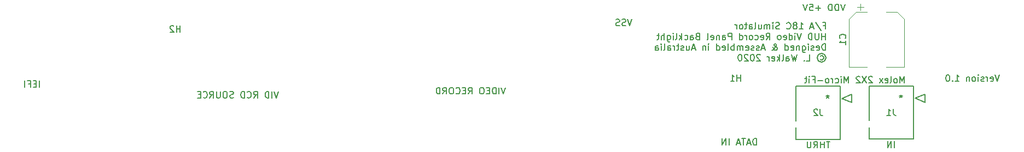
<source format=gbr>
%TF.GenerationSoftware,KiCad,Pcbnew,(5.1.6)-1*%
%TF.CreationDate,2020-11-25T12:03:05+11:00*%
%TF.ProjectId,HUD VID RCD Panel PCB V1,48554420-5649-4442-9052-43442050616e,rev?*%
%TF.SameCoordinates,Original*%
%TF.FileFunction,Legend,Bot*%
%TF.FilePolarity,Positive*%
%FSLAX46Y46*%
G04 Gerber Fmt 4.6, Leading zero omitted, Abs format (unit mm)*
G04 Created by KiCad (PCBNEW (5.1.6)-1) date 2020-11-25 12:03:05*
%MOMM*%
%LPD*%
G01*
G04 APERTURE LIST*
%ADD10C,0.150000*%
%ADD11C,0.152400*%
%ADD12C,0.120000*%
G04 APERTURE END LIST*
D10*
X174143657Y-90673180D02*
X174143657Y-89673180D01*
X173905561Y-89673180D01*
X173762704Y-89720800D01*
X173667466Y-89816038D01*
X173619847Y-89911276D01*
X173572228Y-90101752D01*
X173572228Y-90244609D01*
X173619847Y-90435085D01*
X173667466Y-90530323D01*
X173762704Y-90625561D01*
X173905561Y-90673180D01*
X174143657Y-90673180D01*
X173191276Y-90387466D02*
X172715085Y-90387466D01*
X173286514Y-90673180D02*
X172953180Y-89673180D01*
X172619847Y-90673180D01*
X172429371Y-89673180D02*
X171857942Y-89673180D01*
X172143657Y-90673180D02*
X172143657Y-89673180D01*
X171572228Y-90387466D02*
X171096038Y-90387466D01*
X171667466Y-90673180D02*
X171334133Y-89673180D01*
X171000800Y-90673180D01*
X169905561Y-90673180D02*
X169905561Y-89673180D01*
X169429371Y-90673180D02*
X169429371Y-89673180D01*
X168857942Y-90673180D01*
X168857942Y-89673180D01*
X154854114Y-71131180D02*
X154520780Y-72131180D01*
X154187447Y-71131180D01*
X153901733Y-72083561D02*
X153758876Y-72131180D01*
X153520780Y-72131180D01*
X153425542Y-72083561D01*
X153377923Y-72035942D01*
X153330304Y-71940704D01*
X153330304Y-71845466D01*
X153377923Y-71750228D01*
X153425542Y-71702609D01*
X153520780Y-71654990D01*
X153711257Y-71607371D01*
X153806495Y-71559752D01*
X153854114Y-71512133D01*
X153901733Y-71416895D01*
X153901733Y-71321657D01*
X153854114Y-71226419D01*
X153806495Y-71178800D01*
X153711257Y-71131180D01*
X153473161Y-71131180D01*
X153330304Y-71178800D01*
X152949352Y-72083561D02*
X152806495Y-72131180D01*
X152568400Y-72131180D01*
X152473161Y-72083561D01*
X152425542Y-72035942D01*
X152377923Y-71940704D01*
X152377923Y-71845466D01*
X152425542Y-71750228D01*
X152473161Y-71702609D01*
X152568400Y-71654990D01*
X152758876Y-71607371D01*
X152854114Y-71559752D01*
X152901733Y-71512133D01*
X152949352Y-71416895D01*
X152949352Y-71321657D01*
X152901733Y-71226419D01*
X152854114Y-71178800D01*
X152758876Y-71131180D01*
X152520780Y-71131180D01*
X152377923Y-71178800D01*
X187845295Y-68794380D02*
X187511961Y-69794380D01*
X187178628Y-68794380D01*
X186845295Y-69794380D02*
X186845295Y-68794380D01*
X186607200Y-68794380D01*
X186464342Y-68842000D01*
X186369104Y-68937238D01*
X186321485Y-69032476D01*
X186273866Y-69222952D01*
X186273866Y-69365809D01*
X186321485Y-69556285D01*
X186369104Y-69651523D01*
X186464342Y-69746761D01*
X186607200Y-69794380D01*
X186845295Y-69794380D01*
X185845295Y-69794380D02*
X185845295Y-68794380D01*
X185607200Y-68794380D01*
X185464342Y-68842000D01*
X185369104Y-68937238D01*
X185321485Y-69032476D01*
X185273866Y-69222952D01*
X185273866Y-69365809D01*
X185321485Y-69556285D01*
X185369104Y-69651523D01*
X185464342Y-69746761D01*
X185607200Y-69794380D01*
X185845295Y-69794380D01*
X184083390Y-69413428D02*
X183321485Y-69413428D01*
X183702438Y-69794380D02*
X183702438Y-69032476D01*
X182369104Y-68794380D02*
X182845295Y-68794380D01*
X182892914Y-69270571D01*
X182845295Y-69222952D01*
X182750057Y-69175333D01*
X182511961Y-69175333D01*
X182416723Y-69222952D01*
X182369104Y-69270571D01*
X182321485Y-69365809D01*
X182321485Y-69603904D01*
X182369104Y-69699142D01*
X182416723Y-69746761D01*
X182511961Y-69794380D01*
X182750057Y-69794380D01*
X182845295Y-69746761D01*
X182892914Y-69699142D01*
X182035771Y-68794380D02*
X181702438Y-69794380D01*
X181369104Y-68794380D01*
X211759276Y-79767180D02*
X211425942Y-80767180D01*
X211092609Y-79767180D01*
X210378323Y-80719561D02*
X210473561Y-80767180D01*
X210664038Y-80767180D01*
X210759276Y-80719561D01*
X210806895Y-80624323D01*
X210806895Y-80243371D01*
X210759276Y-80148133D01*
X210664038Y-80100514D01*
X210473561Y-80100514D01*
X210378323Y-80148133D01*
X210330704Y-80243371D01*
X210330704Y-80338609D01*
X210806895Y-80433847D01*
X209902133Y-80767180D02*
X209902133Y-80100514D01*
X209902133Y-80290990D02*
X209854514Y-80195752D01*
X209806895Y-80148133D01*
X209711657Y-80100514D01*
X209616419Y-80100514D01*
X209330704Y-80719561D02*
X209235466Y-80767180D01*
X209044990Y-80767180D01*
X208949752Y-80719561D01*
X208902133Y-80624323D01*
X208902133Y-80576704D01*
X208949752Y-80481466D01*
X209044990Y-80433847D01*
X209187847Y-80433847D01*
X209283085Y-80386228D01*
X209330704Y-80290990D01*
X209330704Y-80243371D01*
X209283085Y-80148133D01*
X209187847Y-80100514D01*
X209044990Y-80100514D01*
X208949752Y-80148133D01*
X208473561Y-80767180D02*
X208473561Y-80100514D01*
X208473561Y-79767180D02*
X208521180Y-79814800D01*
X208473561Y-79862419D01*
X208425942Y-79814800D01*
X208473561Y-79767180D01*
X208473561Y-79862419D01*
X207854514Y-80767180D02*
X207949752Y-80719561D01*
X207997371Y-80671942D01*
X208044990Y-80576704D01*
X208044990Y-80290990D01*
X207997371Y-80195752D01*
X207949752Y-80148133D01*
X207854514Y-80100514D01*
X207711657Y-80100514D01*
X207616419Y-80148133D01*
X207568800Y-80195752D01*
X207521180Y-80290990D01*
X207521180Y-80576704D01*
X207568800Y-80671942D01*
X207616419Y-80719561D01*
X207711657Y-80767180D01*
X207854514Y-80767180D01*
X207092609Y-80100514D02*
X207092609Y-80767180D01*
X207092609Y-80195752D02*
X207044990Y-80148133D01*
X206949752Y-80100514D01*
X206806895Y-80100514D01*
X206711657Y-80148133D01*
X206664038Y-80243371D01*
X206664038Y-80767180D01*
X204902133Y-80767180D02*
X205473561Y-80767180D01*
X205187847Y-80767180D02*
X205187847Y-79767180D01*
X205283085Y-79910038D01*
X205378323Y-80005276D01*
X205473561Y-80052895D01*
X204473561Y-80671942D02*
X204425942Y-80719561D01*
X204473561Y-80767180D01*
X204521180Y-80719561D01*
X204473561Y-80671942D01*
X204473561Y-80767180D01*
X203806895Y-79767180D02*
X203711657Y-79767180D01*
X203616419Y-79814800D01*
X203568800Y-79862419D01*
X203521180Y-79957657D01*
X203473561Y-80148133D01*
X203473561Y-80386228D01*
X203521180Y-80576704D01*
X203568800Y-80671942D01*
X203616419Y-80719561D01*
X203711657Y-80767180D01*
X203806895Y-80767180D01*
X203902133Y-80719561D01*
X203949752Y-80671942D01*
X203997371Y-80576704D01*
X204044990Y-80386228D01*
X204044990Y-80148133D01*
X203997371Y-79957657D01*
X203949752Y-79862419D01*
X203902133Y-79814800D01*
X203806895Y-79767180D01*
X185526133Y-90130380D02*
X184954704Y-90130380D01*
X185240419Y-91130380D02*
X185240419Y-90130380D01*
X184621371Y-91130380D02*
X184621371Y-90130380D01*
X184621371Y-90606571D02*
X184049942Y-90606571D01*
X184049942Y-91130380D02*
X184049942Y-90130380D01*
X183002323Y-91130380D02*
X183335657Y-90654190D01*
X183573752Y-91130380D02*
X183573752Y-90130380D01*
X183192800Y-90130380D01*
X183097561Y-90178000D01*
X183049942Y-90225619D01*
X183002323Y-90320857D01*
X183002323Y-90463714D01*
X183049942Y-90558952D01*
X183097561Y-90606571D01*
X183192800Y-90654190D01*
X183573752Y-90654190D01*
X182573752Y-90130380D02*
X182573752Y-90939904D01*
X182526133Y-91035142D01*
X182478514Y-91082761D01*
X182383276Y-91130380D01*
X182192800Y-91130380D01*
X182097561Y-91082761D01*
X182049942Y-91035142D01*
X182002323Y-90939904D01*
X182002323Y-90130380D01*
X195494209Y-91079580D02*
X195494209Y-90079580D01*
X195018019Y-91079580D02*
X195018019Y-90079580D01*
X194446590Y-91079580D01*
X194446590Y-90079580D01*
X197025257Y-81021180D02*
X197025257Y-80021180D01*
X196691923Y-80735466D01*
X196358590Y-80021180D01*
X196358590Y-81021180D01*
X195739542Y-81021180D02*
X195834780Y-80973561D01*
X195882400Y-80925942D01*
X195930019Y-80830704D01*
X195930019Y-80544990D01*
X195882400Y-80449752D01*
X195834780Y-80402133D01*
X195739542Y-80354514D01*
X195596685Y-80354514D01*
X195501447Y-80402133D01*
X195453828Y-80449752D01*
X195406209Y-80544990D01*
X195406209Y-80830704D01*
X195453828Y-80925942D01*
X195501447Y-80973561D01*
X195596685Y-81021180D01*
X195739542Y-81021180D01*
X194834780Y-81021180D02*
X194930019Y-80973561D01*
X194977638Y-80878323D01*
X194977638Y-80021180D01*
X194072876Y-80973561D02*
X194168114Y-81021180D01*
X194358590Y-81021180D01*
X194453828Y-80973561D01*
X194501447Y-80878323D01*
X194501447Y-80497371D01*
X194453828Y-80402133D01*
X194358590Y-80354514D01*
X194168114Y-80354514D01*
X194072876Y-80402133D01*
X194025257Y-80497371D01*
X194025257Y-80592609D01*
X194501447Y-80687847D01*
X193691923Y-81021180D02*
X193168114Y-80354514D01*
X193691923Y-80354514D02*
X193168114Y-81021180D01*
X192072876Y-80116419D02*
X192025257Y-80068800D01*
X191930019Y-80021180D01*
X191691923Y-80021180D01*
X191596685Y-80068800D01*
X191549066Y-80116419D01*
X191501447Y-80211657D01*
X191501447Y-80306895D01*
X191549066Y-80449752D01*
X192120495Y-81021180D01*
X191501447Y-81021180D01*
X191168114Y-80021180D02*
X190501447Y-81021180D01*
X190501447Y-80021180D02*
X191168114Y-81021180D01*
X190168114Y-80116419D02*
X190120495Y-80068800D01*
X190025257Y-80021180D01*
X189787161Y-80021180D01*
X189691923Y-80068800D01*
X189644304Y-80116419D01*
X189596685Y-80211657D01*
X189596685Y-80306895D01*
X189644304Y-80449752D01*
X190215733Y-81021180D01*
X189596685Y-81021180D01*
X188406209Y-81021180D02*
X188406209Y-80021180D01*
X188072876Y-80735466D01*
X187739542Y-80021180D01*
X187739542Y-81021180D01*
X187263352Y-81021180D02*
X187263352Y-80354514D01*
X187263352Y-80021180D02*
X187310971Y-80068800D01*
X187263352Y-80116419D01*
X187215733Y-80068800D01*
X187263352Y-80021180D01*
X187263352Y-80116419D01*
X186358590Y-80973561D02*
X186453828Y-81021180D01*
X186644304Y-81021180D01*
X186739542Y-80973561D01*
X186787161Y-80925942D01*
X186834780Y-80830704D01*
X186834780Y-80544990D01*
X186787161Y-80449752D01*
X186739542Y-80402133D01*
X186644304Y-80354514D01*
X186453828Y-80354514D01*
X186358590Y-80402133D01*
X185930019Y-81021180D02*
X185930019Y-80354514D01*
X185930019Y-80544990D02*
X185882400Y-80449752D01*
X185834780Y-80402133D01*
X185739542Y-80354514D01*
X185644304Y-80354514D01*
X185168114Y-81021180D02*
X185263352Y-80973561D01*
X185310971Y-80925942D01*
X185358590Y-80830704D01*
X185358590Y-80544990D01*
X185310971Y-80449752D01*
X185263352Y-80402133D01*
X185168114Y-80354514D01*
X185025257Y-80354514D01*
X184930019Y-80402133D01*
X184882400Y-80449752D01*
X184834780Y-80544990D01*
X184834780Y-80830704D01*
X184882400Y-80925942D01*
X184930019Y-80973561D01*
X185025257Y-81021180D01*
X185168114Y-81021180D01*
X184406209Y-80640228D02*
X183644304Y-80640228D01*
X182834780Y-80497371D02*
X183168114Y-80497371D01*
X183168114Y-81021180D02*
X183168114Y-80021180D01*
X182691923Y-80021180D01*
X182310971Y-81021180D02*
X182310971Y-80354514D01*
X182310971Y-80021180D02*
X182358590Y-80068800D01*
X182310971Y-80116419D01*
X182263352Y-80068800D01*
X182310971Y-80021180D01*
X182310971Y-80116419D01*
X181977638Y-80354514D02*
X181596685Y-80354514D01*
X181834780Y-80021180D02*
X181834780Y-80878323D01*
X181787161Y-80973561D01*
X181691923Y-81021180D01*
X181596685Y-81021180D01*
X171703904Y-80767180D02*
X171703904Y-79767180D01*
X171703904Y-80243371D02*
X171132476Y-80243371D01*
X171132476Y-80767180D02*
X171132476Y-79767180D01*
X170132476Y-80767180D02*
X170703904Y-80767180D01*
X170418190Y-80767180D02*
X170418190Y-79767180D01*
X170513428Y-79910038D01*
X170608666Y-80005276D01*
X170703904Y-80052895D01*
X84937504Y-73147180D02*
X84937504Y-72147180D01*
X84937504Y-72623371D02*
X84366076Y-72623371D01*
X84366076Y-73147180D02*
X84366076Y-72147180D01*
X83937504Y-72242419D02*
X83889885Y-72194800D01*
X83794647Y-72147180D01*
X83556552Y-72147180D01*
X83461314Y-72194800D01*
X83413695Y-72242419D01*
X83366076Y-72337657D01*
X83366076Y-72432895D01*
X83413695Y-72575752D01*
X83985123Y-73147180D01*
X83366076Y-73147180D01*
X135300361Y-81748380D02*
X134967028Y-82748380D01*
X134633695Y-81748380D01*
X134300361Y-82748380D02*
X134300361Y-81748380D01*
X133824171Y-82748380D02*
X133824171Y-81748380D01*
X133586076Y-81748380D01*
X133443219Y-81796000D01*
X133347980Y-81891238D01*
X133300361Y-81986476D01*
X133252742Y-82176952D01*
X133252742Y-82319809D01*
X133300361Y-82510285D01*
X133347980Y-82605523D01*
X133443219Y-82700761D01*
X133586076Y-82748380D01*
X133824171Y-82748380D01*
X132824171Y-82224571D02*
X132490838Y-82224571D01*
X132347980Y-82748380D02*
X132824171Y-82748380D01*
X132824171Y-81748380D01*
X132347980Y-81748380D01*
X131728933Y-81748380D02*
X131538457Y-81748380D01*
X131443219Y-81796000D01*
X131347980Y-81891238D01*
X131300361Y-82081714D01*
X131300361Y-82415047D01*
X131347980Y-82605523D01*
X131443219Y-82700761D01*
X131538457Y-82748380D01*
X131728933Y-82748380D01*
X131824171Y-82700761D01*
X131919409Y-82605523D01*
X131967028Y-82415047D01*
X131967028Y-82081714D01*
X131919409Y-81891238D01*
X131824171Y-81796000D01*
X131728933Y-81748380D01*
X129538457Y-82748380D02*
X129871790Y-82272190D01*
X130109885Y-82748380D02*
X130109885Y-81748380D01*
X129728933Y-81748380D01*
X129633695Y-81796000D01*
X129586076Y-81843619D01*
X129538457Y-81938857D01*
X129538457Y-82081714D01*
X129586076Y-82176952D01*
X129633695Y-82224571D01*
X129728933Y-82272190D01*
X130109885Y-82272190D01*
X129109885Y-82224571D02*
X128776552Y-82224571D01*
X128633695Y-82748380D02*
X129109885Y-82748380D01*
X129109885Y-81748380D01*
X128633695Y-81748380D01*
X127633695Y-82653142D02*
X127681314Y-82700761D01*
X127824171Y-82748380D01*
X127919409Y-82748380D01*
X128062266Y-82700761D01*
X128157504Y-82605523D01*
X128205123Y-82510285D01*
X128252742Y-82319809D01*
X128252742Y-82176952D01*
X128205123Y-81986476D01*
X128157504Y-81891238D01*
X128062266Y-81796000D01*
X127919409Y-81748380D01*
X127824171Y-81748380D01*
X127681314Y-81796000D01*
X127633695Y-81843619D01*
X127014647Y-81748380D02*
X126824171Y-81748380D01*
X126728933Y-81796000D01*
X126633695Y-81891238D01*
X126586076Y-82081714D01*
X126586076Y-82415047D01*
X126633695Y-82605523D01*
X126728933Y-82700761D01*
X126824171Y-82748380D01*
X127014647Y-82748380D01*
X127109885Y-82700761D01*
X127205123Y-82605523D01*
X127252742Y-82415047D01*
X127252742Y-82081714D01*
X127205123Y-81891238D01*
X127109885Y-81796000D01*
X127014647Y-81748380D01*
X125586076Y-82748380D02*
X125919409Y-82272190D01*
X126157504Y-82748380D02*
X126157504Y-81748380D01*
X125776552Y-81748380D01*
X125681314Y-81796000D01*
X125633695Y-81843619D01*
X125586076Y-81938857D01*
X125586076Y-82081714D01*
X125633695Y-82176952D01*
X125681314Y-82224571D01*
X125776552Y-82272190D01*
X126157504Y-82272190D01*
X125157504Y-82748380D02*
X125157504Y-81748380D01*
X124919409Y-81748380D01*
X124776552Y-81796000D01*
X124681314Y-81891238D01*
X124633695Y-81986476D01*
X124586076Y-82176952D01*
X124586076Y-82319809D01*
X124633695Y-82510285D01*
X124681314Y-82605523D01*
X124776552Y-82700761D01*
X124919409Y-82748380D01*
X125157504Y-82748380D01*
X100137123Y-82357980D02*
X99803790Y-83357980D01*
X99470457Y-82357980D01*
X99137123Y-83357980D02*
X99137123Y-82357980D01*
X98660933Y-83357980D02*
X98660933Y-82357980D01*
X98422838Y-82357980D01*
X98279980Y-82405600D01*
X98184742Y-82500838D01*
X98137123Y-82596076D01*
X98089504Y-82786552D01*
X98089504Y-82929409D01*
X98137123Y-83119885D01*
X98184742Y-83215123D01*
X98279980Y-83310361D01*
X98422838Y-83357980D01*
X98660933Y-83357980D01*
X96327600Y-83357980D02*
X96660933Y-82881790D01*
X96899028Y-83357980D02*
X96899028Y-82357980D01*
X96518076Y-82357980D01*
X96422838Y-82405600D01*
X96375219Y-82453219D01*
X96327600Y-82548457D01*
X96327600Y-82691314D01*
X96375219Y-82786552D01*
X96422838Y-82834171D01*
X96518076Y-82881790D01*
X96899028Y-82881790D01*
X95327600Y-83262742D02*
X95375219Y-83310361D01*
X95518076Y-83357980D01*
X95613314Y-83357980D01*
X95756171Y-83310361D01*
X95851409Y-83215123D01*
X95899028Y-83119885D01*
X95946647Y-82929409D01*
X95946647Y-82786552D01*
X95899028Y-82596076D01*
X95851409Y-82500838D01*
X95756171Y-82405600D01*
X95613314Y-82357980D01*
X95518076Y-82357980D01*
X95375219Y-82405600D01*
X95327600Y-82453219D01*
X94899028Y-83357980D02*
X94899028Y-82357980D01*
X94660933Y-82357980D01*
X94518076Y-82405600D01*
X94422838Y-82500838D01*
X94375219Y-82596076D01*
X94327600Y-82786552D01*
X94327600Y-82929409D01*
X94375219Y-83119885D01*
X94422838Y-83215123D01*
X94518076Y-83310361D01*
X94660933Y-83357980D01*
X94899028Y-83357980D01*
X93184742Y-83310361D02*
X93041885Y-83357980D01*
X92803790Y-83357980D01*
X92708552Y-83310361D01*
X92660933Y-83262742D01*
X92613314Y-83167504D01*
X92613314Y-83072266D01*
X92660933Y-82977028D01*
X92708552Y-82929409D01*
X92803790Y-82881790D01*
X92994266Y-82834171D01*
X93089504Y-82786552D01*
X93137123Y-82738933D01*
X93184742Y-82643695D01*
X93184742Y-82548457D01*
X93137123Y-82453219D01*
X93089504Y-82405600D01*
X92994266Y-82357980D01*
X92756171Y-82357980D01*
X92613314Y-82405600D01*
X91994266Y-82357980D02*
X91803790Y-82357980D01*
X91708552Y-82405600D01*
X91613314Y-82500838D01*
X91565695Y-82691314D01*
X91565695Y-83024647D01*
X91613314Y-83215123D01*
X91708552Y-83310361D01*
X91803790Y-83357980D01*
X91994266Y-83357980D01*
X92089504Y-83310361D01*
X92184742Y-83215123D01*
X92232361Y-83024647D01*
X92232361Y-82691314D01*
X92184742Y-82500838D01*
X92089504Y-82405600D01*
X91994266Y-82357980D01*
X91137123Y-82357980D02*
X91137123Y-83167504D01*
X91089504Y-83262742D01*
X91041885Y-83310361D01*
X90946647Y-83357980D01*
X90756171Y-83357980D01*
X90660933Y-83310361D01*
X90613314Y-83262742D01*
X90565695Y-83167504D01*
X90565695Y-82357980D01*
X89518076Y-83357980D02*
X89851409Y-82881790D01*
X90089504Y-83357980D02*
X90089504Y-82357980D01*
X89708552Y-82357980D01*
X89613314Y-82405600D01*
X89565695Y-82453219D01*
X89518076Y-82548457D01*
X89518076Y-82691314D01*
X89565695Y-82786552D01*
X89613314Y-82834171D01*
X89708552Y-82881790D01*
X90089504Y-82881790D01*
X88518076Y-83262742D02*
X88565695Y-83310361D01*
X88708552Y-83357980D01*
X88803790Y-83357980D01*
X88946647Y-83310361D01*
X89041885Y-83215123D01*
X89089504Y-83119885D01*
X89137123Y-82929409D01*
X89137123Y-82786552D01*
X89089504Y-82596076D01*
X89041885Y-82500838D01*
X88946647Y-82405600D01*
X88803790Y-82357980D01*
X88708552Y-82357980D01*
X88565695Y-82405600D01*
X88518076Y-82453219D01*
X88089504Y-82834171D02*
X87756171Y-82834171D01*
X87613314Y-83357980D02*
X88089504Y-83357980D01*
X88089504Y-82357980D01*
X87613314Y-82357980D01*
X63145847Y-81681580D02*
X63145847Y-80681580D01*
X62669657Y-81157771D02*
X62336323Y-81157771D01*
X62193466Y-81681580D02*
X62669657Y-81681580D01*
X62669657Y-80681580D01*
X62193466Y-80681580D01*
X61431561Y-81157771D02*
X61764895Y-81157771D01*
X61764895Y-81681580D02*
X61764895Y-80681580D01*
X61288704Y-80681580D01*
X60907752Y-81681580D02*
X60907752Y-80681580D01*
X184497071Y-72129571D02*
X184830404Y-72129571D01*
X184830404Y-72653380D02*
X184830404Y-71653380D01*
X184354214Y-71653380D01*
X183258976Y-71605761D02*
X184116119Y-72891476D01*
X182973261Y-72367666D02*
X182497071Y-72367666D01*
X183068500Y-72653380D02*
X182735166Y-71653380D01*
X182401833Y-72653380D01*
X180782785Y-72653380D02*
X181354214Y-72653380D01*
X181068500Y-72653380D02*
X181068500Y-71653380D01*
X181163738Y-71796238D01*
X181258976Y-71891476D01*
X181354214Y-71939095D01*
X180211357Y-72081952D02*
X180306595Y-72034333D01*
X180354214Y-71986714D01*
X180401833Y-71891476D01*
X180401833Y-71843857D01*
X180354214Y-71748619D01*
X180306595Y-71701000D01*
X180211357Y-71653380D01*
X180020880Y-71653380D01*
X179925642Y-71701000D01*
X179878023Y-71748619D01*
X179830404Y-71843857D01*
X179830404Y-71891476D01*
X179878023Y-71986714D01*
X179925642Y-72034333D01*
X180020880Y-72081952D01*
X180211357Y-72081952D01*
X180306595Y-72129571D01*
X180354214Y-72177190D01*
X180401833Y-72272428D01*
X180401833Y-72462904D01*
X180354214Y-72558142D01*
X180306595Y-72605761D01*
X180211357Y-72653380D01*
X180020880Y-72653380D01*
X179925642Y-72605761D01*
X179878023Y-72558142D01*
X179830404Y-72462904D01*
X179830404Y-72272428D01*
X179878023Y-72177190D01*
X179925642Y-72129571D01*
X180020880Y-72081952D01*
X178830404Y-72558142D02*
X178878023Y-72605761D01*
X179020880Y-72653380D01*
X179116119Y-72653380D01*
X179258976Y-72605761D01*
X179354214Y-72510523D01*
X179401833Y-72415285D01*
X179449452Y-72224809D01*
X179449452Y-72081952D01*
X179401833Y-71891476D01*
X179354214Y-71796238D01*
X179258976Y-71701000D01*
X179116119Y-71653380D01*
X179020880Y-71653380D01*
X178878023Y-71701000D01*
X178830404Y-71748619D01*
X177687547Y-72605761D02*
X177544690Y-72653380D01*
X177306595Y-72653380D01*
X177211357Y-72605761D01*
X177163738Y-72558142D01*
X177116119Y-72462904D01*
X177116119Y-72367666D01*
X177163738Y-72272428D01*
X177211357Y-72224809D01*
X177306595Y-72177190D01*
X177497071Y-72129571D01*
X177592309Y-72081952D01*
X177639928Y-72034333D01*
X177687547Y-71939095D01*
X177687547Y-71843857D01*
X177639928Y-71748619D01*
X177592309Y-71701000D01*
X177497071Y-71653380D01*
X177258976Y-71653380D01*
X177116119Y-71701000D01*
X176687547Y-72653380D02*
X176687547Y-71986714D01*
X176687547Y-71653380D02*
X176735166Y-71701000D01*
X176687547Y-71748619D01*
X176639928Y-71701000D01*
X176687547Y-71653380D01*
X176687547Y-71748619D01*
X176211357Y-72653380D02*
X176211357Y-71986714D01*
X176211357Y-72081952D02*
X176163738Y-72034333D01*
X176068500Y-71986714D01*
X175925642Y-71986714D01*
X175830404Y-72034333D01*
X175782785Y-72129571D01*
X175782785Y-72653380D01*
X175782785Y-72129571D02*
X175735166Y-72034333D01*
X175639928Y-71986714D01*
X175497071Y-71986714D01*
X175401833Y-72034333D01*
X175354214Y-72129571D01*
X175354214Y-72653380D01*
X174449452Y-71986714D02*
X174449452Y-72653380D01*
X174878023Y-71986714D02*
X174878023Y-72510523D01*
X174830404Y-72605761D01*
X174735166Y-72653380D01*
X174592309Y-72653380D01*
X174497071Y-72605761D01*
X174449452Y-72558142D01*
X173830404Y-72653380D02*
X173925642Y-72605761D01*
X173973261Y-72510523D01*
X173973261Y-71653380D01*
X173020880Y-72653380D02*
X173020880Y-72129571D01*
X173068500Y-72034333D01*
X173163738Y-71986714D01*
X173354214Y-71986714D01*
X173449452Y-72034333D01*
X173020880Y-72605761D02*
X173116119Y-72653380D01*
X173354214Y-72653380D01*
X173449452Y-72605761D01*
X173497071Y-72510523D01*
X173497071Y-72415285D01*
X173449452Y-72320047D01*
X173354214Y-72272428D01*
X173116119Y-72272428D01*
X173020880Y-72224809D01*
X172687547Y-71986714D02*
X172306595Y-71986714D01*
X172544690Y-71653380D02*
X172544690Y-72510523D01*
X172497071Y-72605761D01*
X172401833Y-72653380D01*
X172306595Y-72653380D01*
X171830404Y-72653380D02*
X171925642Y-72605761D01*
X171973261Y-72558142D01*
X172020880Y-72462904D01*
X172020880Y-72177190D01*
X171973261Y-72081952D01*
X171925642Y-72034333D01*
X171830404Y-71986714D01*
X171687547Y-71986714D01*
X171592309Y-72034333D01*
X171544690Y-72081952D01*
X171497071Y-72177190D01*
X171497071Y-72462904D01*
X171544690Y-72558142D01*
X171592309Y-72605761D01*
X171687547Y-72653380D01*
X171830404Y-72653380D01*
X171068500Y-72653380D02*
X171068500Y-71986714D01*
X171068500Y-72177190D02*
X171020880Y-72081952D01*
X170973261Y-72034333D01*
X170878023Y-71986714D01*
X170782785Y-71986714D01*
X184830404Y-74303380D02*
X184830404Y-73303380D01*
X184830404Y-73779571D02*
X184258976Y-73779571D01*
X184258976Y-74303380D02*
X184258976Y-73303380D01*
X183782785Y-73303380D02*
X183782785Y-74112904D01*
X183735166Y-74208142D01*
X183687547Y-74255761D01*
X183592309Y-74303380D01*
X183401833Y-74303380D01*
X183306595Y-74255761D01*
X183258976Y-74208142D01*
X183211357Y-74112904D01*
X183211357Y-73303380D01*
X182735166Y-74303380D02*
X182735166Y-73303380D01*
X182497071Y-73303380D01*
X182354214Y-73351000D01*
X182258976Y-73446238D01*
X182211357Y-73541476D01*
X182163738Y-73731952D01*
X182163738Y-73874809D01*
X182211357Y-74065285D01*
X182258976Y-74160523D01*
X182354214Y-74255761D01*
X182497071Y-74303380D01*
X182735166Y-74303380D01*
X181116119Y-73303380D02*
X180782785Y-74303380D01*
X180449452Y-73303380D01*
X180116119Y-74303380D02*
X180116119Y-73636714D01*
X180116119Y-73303380D02*
X180163738Y-73351000D01*
X180116119Y-73398619D01*
X180068500Y-73351000D01*
X180116119Y-73303380D01*
X180116119Y-73398619D01*
X179211357Y-74303380D02*
X179211357Y-73303380D01*
X179211357Y-74255761D02*
X179306595Y-74303380D01*
X179497071Y-74303380D01*
X179592309Y-74255761D01*
X179639928Y-74208142D01*
X179687547Y-74112904D01*
X179687547Y-73827190D01*
X179639928Y-73731952D01*
X179592309Y-73684333D01*
X179497071Y-73636714D01*
X179306595Y-73636714D01*
X179211357Y-73684333D01*
X178354214Y-74255761D02*
X178449452Y-74303380D01*
X178639928Y-74303380D01*
X178735166Y-74255761D01*
X178782785Y-74160523D01*
X178782785Y-73779571D01*
X178735166Y-73684333D01*
X178639928Y-73636714D01*
X178449452Y-73636714D01*
X178354214Y-73684333D01*
X178306595Y-73779571D01*
X178306595Y-73874809D01*
X178782785Y-73970047D01*
X177735166Y-74303380D02*
X177830404Y-74255761D01*
X177878023Y-74208142D01*
X177925642Y-74112904D01*
X177925642Y-73827190D01*
X177878023Y-73731952D01*
X177830404Y-73684333D01*
X177735166Y-73636714D01*
X177592309Y-73636714D01*
X177497071Y-73684333D01*
X177449452Y-73731952D01*
X177401833Y-73827190D01*
X177401833Y-74112904D01*
X177449452Y-74208142D01*
X177497071Y-74255761D01*
X177592309Y-74303380D01*
X177735166Y-74303380D01*
X175639928Y-74303380D02*
X175973261Y-73827190D01*
X176211357Y-74303380D02*
X176211357Y-73303380D01*
X175830404Y-73303380D01*
X175735166Y-73351000D01*
X175687547Y-73398619D01*
X175639928Y-73493857D01*
X175639928Y-73636714D01*
X175687547Y-73731952D01*
X175735166Y-73779571D01*
X175830404Y-73827190D01*
X176211357Y-73827190D01*
X174830404Y-74255761D02*
X174925642Y-74303380D01*
X175116119Y-74303380D01*
X175211357Y-74255761D01*
X175258976Y-74160523D01*
X175258976Y-73779571D01*
X175211357Y-73684333D01*
X175116119Y-73636714D01*
X174925642Y-73636714D01*
X174830404Y-73684333D01*
X174782785Y-73779571D01*
X174782785Y-73874809D01*
X175258976Y-73970047D01*
X173925642Y-74255761D02*
X174020880Y-74303380D01*
X174211357Y-74303380D01*
X174306595Y-74255761D01*
X174354214Y-74208142D01*
X174401833Y-74112904D01*
X174401833Y-73827190D01*
X174354214Y-73731952D01*
X174306595Y-73684333D01*
X174211357Y-73636714D01*
X174020880Y-73636714D01*
X173925642Y-73684333D01*
X173354214Y-74303380D02*
X173449452Y-74255761D01*
X173497071Y-74208142D01*
X173544690Y-74112904D01*
X173544690Y-73827190D01*
X173497071Y-73731952D01*
X173449452Y-73684333D01*
X173354214Y-73636714D01*
X173211357Y-73636714D01*
X173116119Y-73684333D01*
X173068500Y-73731952D01*
X173020880Y-73827190D01*
X173020880Y-74112904D01*
X173068500Y-74208142D01*
X173116119Y-74255761D01*
X173211357Y-74303380D01*
X173354214Y-74303380D01*
X172592309Y-74303380D02*
X172592309Y-73636714D01*
X172592309Y-73827190D02*
X172544690Y-73731952D01*
X172497071Y-73684333D01*
X172401833Y-73636714D01*
X172306595Y-73636714D01*
X171544690Y-74303380D02*
X171544690Y-73303380D01*
X171544690Y-74255761D02*
X171639928Y-74303380D01*
X171830404Y-74303380D01*
X171925642Y-74255761D01*
X171973261Y-74208142D01*
X172020880Y-74112904D01*
X172020880Y-73827190D01*
X171973261Y-73731952D01*
X171925642Y-73684333D01*
X171830404Y-73636714D01*
X171639928Y-73636714D01*
X171544690Y-73684333D01*
X170306595Y-74303380D02*
X170306595Y-73303380D01*
X169925642Y-73303380D01*
X169830404Y-73351000D01*
X169782785Y-73398619D01*
X169735166Y-73493857D01*
X169735166Y-73636714D01*
X169782785Y-73731952D01*
X169830404Y-73779571D01*
X169925642Y-73827190D01*
X170306595Y-73827190D01*
X168878023Y-74303380D02*
X168878023Y-73779571D01*
X168925642Y-73684333D01*
X169020880Y-73636714D01*
X169211357Y-73636714D01*
X169306595Y-73684333D01*
X168878023Y-74255761D02*
X168973261Y-74303380D01*
X169211357Y-74303380D01*
X169306595Y-74255761D01*
X169354214Y-74160523D01*
X169354214Y-74065285D01*
X169306595Y-73970047D01*
X169211357Y-73922428D01*
X168973261Y-73922428D01*
X168878023Y-73874809D01*
X168401833Y-73636714D02*
X168401833Y-74303380D01*
X168401833Y-73731952D02*
X168354214Y-73684333D01*
X168258976Y-73636714D01*
X168116119Y-73636714D01*
X168020880Y-73684333D01*
X167973261Y-73779571D01*
X167973261Y-74303380D01*
X167116119Y-74255761D02*
X167211357Y-74303380D01*
X167401833Y-74303380D01*
X167497071Y-74255761D01*
X167544690Y-74160523D01*
X167544690Y-73779571D01*
X167497071Y-73684333D01*
X167401833Y-73636714D01*
X167211357Y-73636714D01*
X167116119Y-73684333D01*
X167068500Y-73779571D01*
X167068500Y-73874809D01*
X167544690Y-73970047D01*
X166497071Y-74303380D02*
X166592309Y-74255761D01*
X166639928Y-74160523D01*
X166639928Y-73303380D01*
X165020880Y-73779571D02*
X164878023Y-73827190D01*
X164830404Y-73874809D01*
X164782785Y-73970047D01*
X164782785Y-74112904D01*
X164830404Y-74208142D01*
X164878023Y-74255761D01*
X164973261Y-74303380D01*
X165354214Y-74303380D01*
X165354214Y-73303380D01*
X165020880Y-73303380D01*
X164925642Y-73351000D01*
X164878023Y-73398619D01*
X164830404Y-73493857D01*
X164830404Y-73589095D01*
X164878023Y-73684333D01*
X164925642Y-73731952D01*
X165020880Y-73779571D01*
X165354214Y-73779571D01*
X163925642Y-74303380D02*
X163925642Y-73779571D01*
X163973261Y-73684333D01*
X164068500Y-73636714D01*
X164258976Y-73636714D01*
X164354214Y-73684333D01*
X163925642Y-74255761D02*
X164020880Y-74303380D01*
X164258976Y-74303380D01*
X164354214Y-74255761D01*
X164401833Y-74160523D01*
X164401833Y-74065285D01*
X164354214Y-73970047D01*
X164258976Y-73922428D01*
X164020880Y-73922428D01*
X163925642Y-73874809D01*
X163020880Y-74255761D02*
X163116119Y-74303380D01*
X163306595Y-74303380D01*
X163401833Y-74255761D01*
X163449452Y-74208142D01*
X163497071Y-74112904D01*
X163497071Y-73827190D01*
X163449452Y-73731952D01*
X163401833Y-73684333D01*
X163306595Y-73636714D01*
X163116119Y-73636714D01*
X163020880Y-73684333D01*
X162592309Y-74303380D02*
X162592309Y-73303380D01*
X162497071Y-73922428D02*
X162211357Y-74303380D01*
X162211357Y-73636714D02*
X162592309Y-74017666D01*
X161639928Y-74303380D02*
X161735166Y-74255761D01*
X161782785Y-74160523D01*
X161782785Y-73303380D01*
X161258976Y-74303380D02*
X161258976Y-73636714D01*
X161258976Y-73303380D02*
X161306595Y-73351000D01*
X161258976Y-73398619D01*
X161211357Y-73351000D01*
X161258976Y-73303380D01*
X161258976Y-73398619D01*
X160354214Y-73636714D02*
X160354214Y-74446238D01*
X160401833Y-74541476D01*
X160449452Y-74589095D01*
X160544690Y-74636714D01*
X160687547Y-74636714D01*
X160782785Y-74589095D01*
X160354214Y-74255761D02*
X160449452Y-74303380D01*
X160639928Y-74303380D01*
X160735166Y-74255761D01*
X160782785Y-74208142D01*
X160830404Y-74112904D01*
X160830404Y-73827190D01*
X160782785Y-73731952D01*
X160735166Y-73684333D01*
X160639928Y-73636714D01*
X160449452Y-73636714D01*
X160354214Y-73684333D01*
X159878023Y-74303380D02*
X159878023Y-73303380D01*
X159449452Y-74303380D02*
X159449452Y-73779571D01*
X159497071Y-73684333D01*
X159592309Y-73636714D01*
X159735166Y-73636714D01*
X159830404Y-73684333D01*
X159878023Y-73731952D01*
X159116119Y-73636714D02*
X158735166Y-73636714D01*
X158973261Y-73303380D02*
X158973261Y-74160523D01*
X158925642Y-74255761D01*
X158830404Y-74303380D01*
X158735166Y-74303380D01*
X184830404Y-75953380D02*
X184830404Y-74953380D01*
X184592309Y-74953380D01*
X184449452Y-75001000D01*
X184354214Y-75096238D01*
X184306595Y-75191476D01*
X184258976Y-75381952D01*
X184258976Y-75524809D01*
X184306595Y-75715285D01*
X184354214Y-75810523D01*
X184449452Y-75905761D01*
X184592309Y-75953380D01*
X184830404Y-75953380D01*
X183449452Y-75905761D02*
X183544690Y-75953380D01*
X183735166Y-75953380D01*
X183830404Y-75905761D01*
X183878023Y-75810523D01*
X183878023Y-75429571D01*
X183830404Y-75334333D01*
X183735166Y-75286714D01*
X183544690Y-75286714D01*
X183449452Y-75334333D01*
X183401833Y-75429571D01*
X183401833Y-75524809D01*
X183878023Y-75620047D01*
X183020880Y-75905761D02*
X182925642Y-75953380D01*
X182735166Y-75953380D01*
X182639928Y-75905761D01*
X182592309Y-75810523D01*
X182592309Y-75762904D01*
X182639928Y-75667666D01*
X182735166Y-75620047D01*
X182878023Y-75620047D01*
X182973261Y-75572428D01*
X183020880Y-75477190D01*
X183020880Y-75429571D01*
X182973261Y-75334333D01*
X182878023Y-75286714D01*
X182735166Y-75286714D01*
X182639928Y-75334333D01*
X182163738Y-75953380D02*
X182163738Y-75286714D01*
X182163738Y-74953380D02*
X182211357Y-75001000D01*
X182163738Y-75048619D01*
X182116119Y-75001000D01*
X182163738Y-74953380D01*
X182163738Y-75048619D01*
X181258976Y-75286714D02*
X181258976Y-76096238D01*
X181306595Y-76191476D01*
X181354214Y-76239095D01*
X181449452Y-76286714D01*
X181592309Y-76286714D01*
X181687547Y-76239095D01*
X181258976Y-75905761D02*
X181354214Y-75953380D01*
X181544690Y-75953380D01*
X181639928Y-75905761D01*
X181687547Y-75858142D01*
X181735166Y-75762904D01*
X181735166Y-75477190D01*
X181687547Y-75381952D01*
X181639928Y-75334333D01*
X181544690Y-75286714D01*
X181354214Y-75286714D01*
X181258976Y-75334333D01*
X180782785Y-75286714D02*
X180782785Y-75953380D01*
X180782785Y-75381952D02*
X180735166Y-75334333D01*
X180639928Y-75286714D01*
X180497071Y-75286714D01*
X180401833Y-75334333D01*
X180354214Y-75429571D01*
X180354214Y-75953380D01*
X179497071Y-75905761D02*
X179592309Y-75953380D01*
X179782785Y-75953380D01*
X179878023Y-75905761D01*
X179925642Y-75810523D01*
X179925642Y-75429571D01*
X179878023Y-75334333D01*
X179782785Y-75286714D01*
X179592309Y-75286714D01*
X179497071Y-75334333D01*
X179449452Y-75429571D01*
X179449452Y-75524809D01*
X179925642Y-75620047D01*
X178592309Y-75953380D02*
X178592309Y-74953380D01*
X178592309Y-75905761D02*
X178687547Y-75953380D01*
X178878023Y-75953380D01*
X178973261Y-75905761D01*
X179020880Y-75858142D01*
X179068500Y-75762904D01*
X179068500Y-75477190D01*
X179020880Y-75381952D01*
X178973261Y-75334333D01*
X178878023Y-75286714D01*
X178687547Y-75286714D01*
X178592309Y-75334333D01*
X176544690Y-75953380D02*
X176592309Y-75953380D01*
X176687547Y-75905761D01*
X176830404Y-75762904D01*
X177068500Y-75477190D01*
X177163738Y-75334333D01*
X177211357Y-75191476D01*
X177211357Y-75096238D01*
X177163738Y-75001000D01*
X177068500Y-74953380D01*
X177020880Y-74953380D01*
X176925642Y-75001000D01*
X176878023Y-75096238D01*
X176878023Y-75143857D01*
X176925642Y-75239095D01*
X176973261Y-75286714D01*
X177258976Y-75477190D01*
X177306595Y-75524809D01*
X177354214Y-75620047D01*
X177354214Y-75762904D01*
X177306595Y-75858142D01*
X177258976Y-75905761D01*
X177163738Y-75953380D01*
X177020880Y-75953380D01*
X176925642Y-75905761D01*
X176878023Y-75858142D01*
X176735166Y-75667666D01*
X176687547Y-75524809D01*
X176687547Y-75429571D01*
X175401833Y-75667666D02*
X174925642Y-75667666D01*
X175497071Y-75953380D02*
X175163738Y-74953380D01*
X174830404Y-75953380D01*
X174544690Y-75905761D02*
X174449452Y-75953380D01*
X174258976Y-75953380D01*
X174163738Y-75905761D01*
X174116119Y-75810523D01*
X174116119Y-75762904D01*
X174163738Y-75667666D01*
X174258976Y-75620047D01*
X174401833Y-75620047D01*
X174497071Y-75572428D01*
X174544690Y-75477190D01*
X174544690Y-75429571D01*
X174497071Y-75334333D01*
X174401833Y-75286714D01*
X174258976Y-75286714D01*
X174163738Y-75334333D01*
X173735166Y-75905761D02*
X173639928Y-75953380D01*
X173449452Y-75953380D01*
X173354214Y-75905761D01*
X173306595Y-75810523D01*
X173306595Y-75762904D01*
X173354214Y-75667666D01*
X173449452Y-75620047D01*
X173592309Y-75620047D01*
X173687547Y-75572428D01*
X173735166Y-75477190D01*
X173735166Y-75429571D01*
X173687547Y-75334333D01*
X173592309Y-75286714D01*
X173449452Y-75286714D01*
X173354214Y-75334333D01*
X172497071Y-75905761D02*
X172592309Y-75953380D01*
X172782785Y-75953380D01*
X172878023Y-75905761D01*
X172925642Y-75810523D01*
X172925642Y-75429571D01*
X172878023Y-75334333D01*
X172782785Y-75286714D01*
X172592309Y-75286714D01*
X172497071Y-75334333D01*
X172449452Y-75429571D01*
X172449452Y-75524809D01*
X172925642Y-75620047D01*
X172020880Y-75953380D02*
X172020880Y-75286714D01*
X172020880Y-75381952D02*
X171973261Y-75334333D01*
X171878023Y-75286714D01*
X171735166Y-75286714D01*
X171639928Y-75334333D01*
X171592309Y-75429571D01*
X171592309Y-75953380D01*
X171592309Y-75429571D02*
X171544690Y-75334333D01*
X171449452Y-75286714D01*
X171306595Y-75286714D01*
X171211357Y-75334333D01*
X171163738Y-75429571D01*
X171163738Y-75953380D01*
X170687547Y-75953380D02*
X170687547Y-74953380D01*
X170687547Y-75334333D02*
X170592309Y-75286714D01*
X170401833Y-75286714D01*
X170306595Y-75334333D01*
X170258976Y-75381952D01*
X170211357Y-75477190D01*
X170211357Y-75762904D01*
X170258976Y-75858142D01*
X170306595Y-75905761D01*
X170401833Y-75953380D01*
X170592309Y-75953380D01*
X170687547Y-75905761D01*
X169639928Y-75953380D02*
X169735166Y-75905761D01*
X169782785Y-75810523D01*
X169782785Y-74953380D01*
X168878023Y-75905761D02*
X168973261Y-75953380D01*
X169163738Y-75953380D01*
X169258976Y-75905761D01*
X169306595Y-75810523D01*
X169306595Y-75429571D01*
X169258976Y-75334333D01*
X169163738Y-75286714D01*
X168973261Y-75286714D01*
X168878023Y-75334333D01*
X168830404Y-75429571D01*
X168830404Y-75524809D01*
X169306595Y-75620047D01*
X167973261Y-75953380D02*
X167973261Y-74953380D01*
X167973261Y-75905761D02*
X168068500Y-75953380D01*
X168258976Y-75953380D01*
X168354214Y-75905761D01*
X168401833Y-75858142D01*
X168449452Y-75762904D01*
X168449452Y-75477190D01*
X168401833Y-75381952D01*
X168354214Y-75334333D01*
X168258976Y-75286714D01*
X168068500Y-75286714D01*
X167973261Y-75334333D01*
X166735166Y-75953380D02*
X166735166Y-75286714D01*
X166735166Y-74953380D02*
X166782785Y-75001000D01*
X166735166Y-75048619D01*
X166687547Y-75001000D01*
X166735166Y-74953380D01*
X166735166Y-75048619D01*
X166258976Y-75286714D02*
X166258976Y-75953380D01*
X166258976Y-75381952D02*
X166211357Y-75334333D01*
X166116119Y-75286714D01*
X165973261Y-75286714D01*
X165878023Y-75334333D01*
X165830404Y-75429571D01*
X165830404Y-75953380D01*
X164639928Y-75667666D02*
X164163738Y-75667666D01*
X164735166Y-75953380D02*
X164401833Y-74953380D01*
X164068500Y-75953380D01*
X163306595Y-75286714D02*
X163306595Y-75953380D01*
X163735166Y-75286714D02*
X163735166Y-75810523D01*
X163687547Y-75905761D01*
X163592309Y-75953380D01*
X163449452Y-75953380D01*
X163354214Y-75905761D01*
X163306595Y-75858142D01*
X162878023Y-75905761D02*
X162782785Y-75953380D01*
X162592309Y-75953380D01*
X162497071Y-75905761D01*
X162449452Y-75810523D01*
X162449452Y-75762904D01*
X162497071Y-75667666D01*
X162592309Y-75620047D01*
X162735166Y-75620047D01*
X162830404Y-75572428D01*
X162878023Y-75477190D01*
X162878023Y-75429571D01*
X162830404Y-75334333D01*
X162735166Y-75286714D01*
X162592309Y-75286714D01*
X162497071Y-75334333D01*
X162163738Y-75286714D02*
X161782785Y-75286714D01*
X162020880Y-74953380D02*
X162020880Y-75810523D01*
X161973261Y-75905761D01*
X161878023Y-75953380D01*
X161782785Y-75953380D01*
X161449452Y-75953380D02*
X161449452Y-75286714D01*
X161449452Y-75477190D02*
X161401833Y-75381952D01*
X161354214Y-75334333D01*
X161258976Y-75286714D01*
X161163738Y-75286714D01*
X160401833Y-75953380D02*
X160401833Y-75429571D01*
X160449452Y-75334333D01*
X160544690Y-75286714D01*
X160735166Y-75286714D01*
X160830404Y-75334333D01*
X160401833Y-75905761D02*
X160497071Y-75953380D01*
X160735166Y-75953380D01*
X160830404Y-75905761D01*
X160878023Y-75810523D01*
X160878023Y-75715285D01*
X160830404Y-75620047D01*
X160735166Y-75572428D01*
X160497071Y-75572428D01*
X160401833Y-75524809D01*
X159782785Y-75953380D02*
X159878023Y-75905761D01*
X159925642Y-75810523D01*
X159925642Y-74953380D01*
X159401833Y-75953380D02*
X159401833Y-75286714D01*
X159401833Y-74953380D02*
X159449452Y-75001000D01*
X159401833Y-75048619D01*
X159354214Y-75001000D01*
X159401833Y-74953380D01*
X159401833Y-75048619D01*
X158497071Y-75953380D02*
X158497071Y-75429571D01*
X158544690Y-75334333D01*
X158639928Y-75286714D01*
X158830404Y-75286714D01*
X158925642Y-75334333D01*
X158497071Y-75905761D02*
X158592309Y-75953380D01*
X158830404Y-75953380D01*
X158925642Y-75905761D01*
X158973261Y-75810523D01*
X158973261Y-75715285D01*
X158925642Y-75620047D01*
X158830404Y-75572428D01*
X158592309Y-75572428D01*
X158497071Y-75524809D01*
X184020880Y-76841476D02*
X184116119Y-76793857D01*
X184306595Y-76793857D01*
X184401833Y-76841476D01*
X184497071Y-76936714D01*
X184544690Y-77031952D01*
X184544690Y-77222428D01*
X184497071Y-77317666D01*
X184401833Y-77412904D01*
X184306595Y-77460523D01*
X184116119Y-77460523D01*
X184020880Y-77412904D01*
X184211357Y-76460523D02*
X184449452Y-76508142D01*
X184687547Y-76651000D01*
X184830404Y-76889095D01*
X184878023Y-77127190D01*
X184830404Y-77365285D01*
X184687547Y-77603380D01*
X184449452Y-77746238D01*
X184211357Y-77793857D01*
X183973261Y-77746238D01*
X183735166Y-77603380D01*
X183592309Y-77365285D01*
X183544690Y-77127190D01*
X183592309Y-76889095D01*
X183735166Y-76651000D01*
X183973261Y-76508142D01*
X184211357Y-76460523D01*
X181878023Y-77603380D02*
X182354214Y-77603380D01*
X182354214Y-76603380D01*
X181544690Y-77508142D02*
X181497071Y-77555761D01*
X181544690Y-77603380D01*
X181592309Y-77555761D01*
X181544690Y-77508142D01*
X181544690Y-77603380D01*
X180401833Y-76603380D02*
X180163738Y-77603380D01*
X179973261Y-76889095D01*
X179782785Y-77603380D01*
X179544690Y-76603380D01*
X178735166Y-77603380D02*
X178735166Y-77079571D01*
X178782785Y-76984333D01*
X178878023Y-76936714D01*
X179068500Y-76936714D01*
X179163738Y-76984333D01*
X178735166Y-77555761D02*
X178830404Y-77603380D01*
X179068500Y-77603380D01*
X179163738Y-77555761D01*
X179211357Y-77460523D01*
X179211357Y-77365285D01*
X179163738Y-77270047D01*
X179068500Y-77222428D01*
X178830404Y-77222428D01*
X178735166Y-77174809D01*
X178116119Y-77603380D02*
X178211357Y-77555761D01*
X178258976Y-77460523D01*
X178258976Y-76603380D01*
X177735166Y-77603380D02*
X177735166Y-76603380D01*
X177639928Y-77222428D02*
X177354214Y-77603380D01*
X177354214Y-76936714D02*
X177735166Y-77317666D01*
X176544690Y-77555761D02*
X176639928Y-77603380D01*
X176830404Y-77603380D01*
X176925642Y-77555761D01*
X176973261Y-77460523D01*
X176973261Y-77079571D01*
X176925642Y-76984333D01*
X176830404Y-76936714D01*
X176639928Y-76936714D01*
X176544690Y-76984333D01*
X176497071Y-77079571D01*
X176497071Y-77174809D01*
X176973261Y-77270047D01*
X176068500Y-77603380D02*
X176068500Y-76936714D01*
X176068500Y-77127190D02*
X176020880Y-77031952D01*
X175973261Y-76984333D01*
X175878023Y-76936714D01*
X175782785Y-76936714D01*
X174735166Y-76698619D02*
X174687547Y-76651000D01*
X174592309Y-76603380D01*
X174354214Y-76603380D01*
X174258976Y-76651000D01*
X174211357Y-76698619D01*
X174163738Y-76793857D01*
X174163738Y-76889095D01*
X174211357Y-77031952D01*
X174782785Y-77603380D01*
X174163738Y-77603380D01*
X173544690Y-76603380D02*
X173449452Y-76603380D01*
X173354214Y-76651000D01*
X173306595Y-76698619D01*
X173258976Y-76793857D01*
X173211357Y-76984333D01*
X173211357Y-77222428D01*
X173258976Y-77412904D01*
X173306595Y-77508142D01*
X173354214Y-77555761D01*
X173449452Y-77603380D01*
X173544690Y-77603380D01*
X173639928Y-77555761D01*
X173687547Y-77508142D01*
X173735166Y-77412904D01*
X173782785Y-77222428D01*
X173782785Y-76984333D01*
X173735166Y-76793857D01*
X173687547Y-76698619D01*
X173639928Y-76651000D01*
X173544690Y-76603380D01*
X172830404Y-76698619D02*
X172782785Y-76651000D01*
X172687547Y-76603380D01*
X172449452Y-76603380D01*
X172354214Y-76651000D01*
X172306595Y-76698619D01*
X172258976Y-76793857D01*
X172258976Y-76889095D01*
X172306595Y-77031952D01*
X172878023Y-77603380D01*
X172258976Y-77603380D01*
X171639928Y-76603380D02*
X171544690Y-76603380D01*
X171449452Y-76651000D01*
X171401833Y-76698619D01*
X171354214Y-76793857D01*
X171306595Y-76984333D01*
X171306595Y-77222428D01*
X171354214Y-77412904D01*
X171401833Y-77508142D01*
X171449452Y-77555761D01*
X171544690Y-77603380D01*
X171639928Y-77603380D01*
X171735166Y-77555761D01*
X171782785Y-77508142D01*
X171830404Y-77412904D01*
X171878023Y-77222428D01*
X171878023Y-76984333D01*
X171830404Y-76793857D01*
X171782785Y-76698619D01*
X171735166Y-76651000D01*
X171639928Y-76603380D01*
D11*
%TO.C,J2*%
X187349994Y-83464400D02*
X188873993Y-84099400D01*
X188873993Y-84099400D02*
X188873993Y-82829400D01*
X188873993Y-82829400D02*
X187349994Y-83464400D01*
X180245994Y-81534400D02*
X187095994Y-81534400D01*
X187095994Y-81534400D02*
X187095994Y-89794400D01*
X187095994Y-89794400D02*
X180245994Y-89794400D01*
X180245994Y-89794400D02*
X180245994Y-87972943D01*
X180245994Y-86915856D02*
X180245994Y-81534400D01*
%TO.C,J1*%
X198677994Y-83413600D02*
X200201993Y-84048600D01*
X200201993Y-84048600D02*
X200201993Y-82778600D01*
X200201993Y-82778600D02*
X198677994Y-83413600D01*
X191573994Y-81483600D02*
X198423994Y-81483600D01*
X198423994Y-81483600D02*
X198423994Y-89743600D01*
X198423994Y-89743600D02*
X191573994Y-89743600D01*
X191573994Y-89743600D02*
X191573994Y-87922143D01*
X191573994Y-86865056D02*
X191573994Y-81483600D01*
D12*
%TO.C,C1*%
X196995000Y-78528400D02*
X194245000Y-78528400D01*
X188475000Y-78528400D02*
X191225000Y-78528400D01*
X188475000Y-71072837D02*
X188475000Y-78528400D01*
X196995000Y-71072837D02*
X196995000Y-78528400D01*
X195930563Y-70008400D02*
X194245000Y-70008400D01*
X189539437Y-70008400D02*
X191225000Y-70008400D01*
X189539437Y-70008400D02*
X188475000Y-71072837D01*
X195930563Y-70008400D02*
X196995000Y-71072837D01*
X190225000Y-68768400D02*
X190225000Y-69768400D01*
X189725000Y-69268400D02*
X190725000Y-69268400D01*
%TO.C,J2*%
D10*
X184004327Y-85116779D02*
X184004327Y-85831065D01*
X184051946Y-85973922D01*
X184147184Y-86069160D01*
X184290041Y-86116779D01*
X184385279Y-86116779D01*
X183575755Y-85212018D02*
X183528136Y-85164399D01*
X183432898Y-85116779D01*
X183194803Y-85116779D01*
X183099565Y-85164399D01*
X183051946Y-85212018D01*
X183004327Y-85307256D01*
X183004327Y-85402494D01*
X183051946Y-85545351D01*
X183623374Y-86116779D01*
X183004327Y-86116779D01*
X185166000Y-82916780D02*
X185166000Y-83154876D01*
X185404095Y-83059638D02*
X185166000Y-83154876D01*
X184927904Y-83059638D01*
X185308857Y-83345352D02*
X185166000Y-83154876D01*
X185023142Y-83345352D01*
%TO.C,J1*%
X195332327Y-85065979D02*
X195332327Y-85780265D01*
X195379946Y-85923122D01*
X195475184Y-86018360D01*
X195618041Y-86065979D01*
X195713279Y-86065979D01*
X194332327Y-86065979D02*
X194903755Y-86065979D01*
X194618041Y-86065979D02*
X194618041Y-85065979D01*
X194713279Y-85208837D01*
X194808517Y-85304075D01*
X194903755Y-85351694D01*
X196494000Y-82865980D02*
X196494000Y-83104076D01*
X196732095Y-83008838D02*
X196494000Y-83104076D01*
X196255904Y-83008838D01*
X196636857Y-83294552D02*
X196494000Y-83104076D01*
X196351142Y-83294552D01*
%TO.C,C1*%
X187892142Y-74101733D02*
X187939761Y-74054114D01*
X187987380Y-73911257D01*
X187987380Y-73816019D01*
X187939761Y-73673161D01*
X187844523Y-73577923D01*
X187749285Y-73530304D01*
X187558809Y-73482685D01*
X187415952Y-73482685D01*
X187225476Y-73530304D01*
X187130238Y-73577923D01*
X187035000Y-73673161D01*
X186987380Y-73816019D01*
X186987380Y-73911257D01*
X187035000Y-74054114D01*
X187082619Y-74101733D01*
X187987380Y-75054114D02*
X187987380Y-74482685D01*
X187987380Y-74768400D02*
X186987380Y-74768400D01*
X187130238Y-74673161D01*
X187225476Y-74577923D01*
X187273095Y-74482685D01*
%TD*%
M02*

</source>
